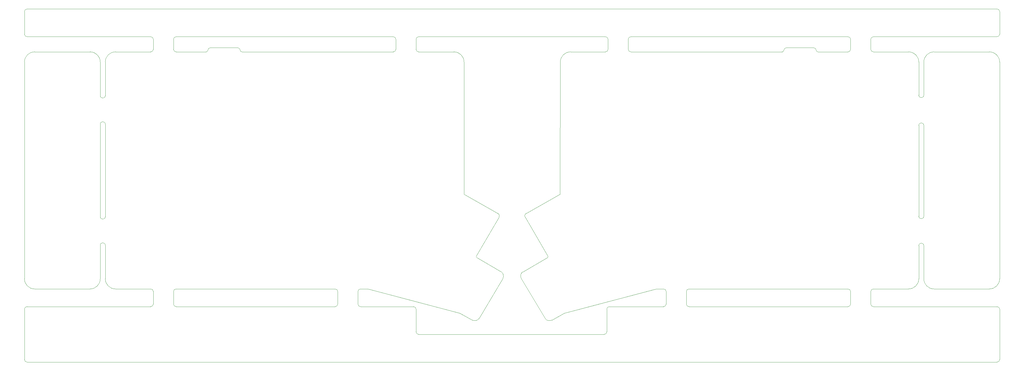
<source format=gm1>
G04 #@! TF.GenerationSoftware,KiCad,Pcbnew,(5.1.4-0-10_14)*
G04 #@! TF.CreationDate,2020-08-04T22:57:21-05:00*
G04 #@! TF.ProjectId,Dori,446f7269-2e6b-4696-9361-645f70636258,rev?*
G04 #@! TF.SameCoordinates,Original*
G04 #@! TF.FileFunction,Profile,NP*
%FSLAX46Y46*%
G04 Gerber Fmt 4.6, Leading zero omitted, Abs format (unit mm)*
G04 Created by KiCad (PCBNEW (5.1.4-0-10_14)) date 2020-08-04 22:57:21*
%MOMM*%
%LPD*%
G04 APERTURE LIST*
%ADD10C,0.050000*%
G04 APERTURE END LIST*
D10*
X159863144Y-43136300D02*
G75*
G03X160381328Y-43654484I518184J0D01*
G01*
X149187500Y-43654484D02*
G75*
G03X149705684Y-43136300I0J518184D01*
G01*
X159085904Y-42359060D02*
X150482924Y-42359060D01*
X159863144Y-43136300D02*
G75*
G03X159085904Y-42359060I-777240J0D01*
G01*
X150482924Y-42359060D02*
G75*
G03X149705684Y-43136300I0J-777240D01*
G01*
X139700000Y-43656250D02*
X149187500Y-43654484D01*
X373063214Y-104648000D02*
G75*
G02X374650000Y-104648000I793393J0D01*
G01*
X374649286Y-95377000D02*
G75*
G02X373062500Y-95377000I-793393J0D01*
G01*
X373063214Y-66802000D02*
G75*
G02X374650000Y-66802000I793393J0D01*
G01*
X374650000Y-46831250D02*
G75*
G02X377825000Y-43656250I3175000J0D01*
G01*
X374649286Y-57277000D02*
G75*
G02X373062500Y-57277000I-793393J0D01*
G01*
X117474286Y-57404000D02*
G75*
G02X115887500Y-57404000I-793393J0D01*
G01*
X115888214Y-66421000D02*
G75*
G02X117475000Y-66421000I793393J0D01*
G01*
X117474286Y-95504000D02*
G75*
G02X115887500Y-95504000I-793393J0D01*
G01*
X115887857Y-104521000D02*
G75*
G02X117474643Y-104521000I793393J0D01*
G01*
X290512500Y-118266556D02*
X261683500Y-125857000D01*
X256414289Y-108359787D02*
X248602500Y-112903000D01*
X248602500Y-112903001D02*
G75*
G03X248160283Y-114938043I954782J-1273043D01*
G01*
X249364500Y-95631000D02*
G75*
G02X249745500Y-94488002I761999J380999D01*
G01*
X260350000Y-88503125D02*
X249745500Y-94488002D01*
X290512500Y-118266556D02*
X292893750Y-118268750D01*
X256414289Y-108359787D02*
G75*
G03X256507500Y-107945000I-160788J253999D01*
G01*
X249364500Y-95631000D02*
X256507500Y-107945000D01*
X257749543Y-128077217D02*
X261683500Y-125857000D01*
X248160283Y-114938043D02*
X255714500Y-127635000D01*
X255714501Y-127635000D02*
G75*
G03X257749543Y-128077217I1273043J954782D01*
G01*
X398462500Y-140493750D02*
G75*
G02X397668750Y-141287500I-793750J0D01*
G01*
X397668750Y-123825000D02*
G75*
G02X398462500Y-124618750I0J-793750D01*
G01*
X358775000Y-123825000D02*
G75*
G02X357981250Y-123031250I0J793750D01*
G01*
X357981250Y-119062500D02*
G75*
G02X358775000Y-118268750I793750J0D01*
G01*
X351631250Y-123031250D02*
G75*
G02X350837500Y-123825000I-793750J0D01*
G01*
X350837500Y-118268750D02*
G75*
G02X351631250Y-119062500I0J-793750D01*
G01*
X300831250Y-123825000D02*
G75*
G02X300037500Y-123031250I0J793750D01*
G01*
X300037500Y-119062500D02*
G75*
G02X300831250Y-118268750I793750J0D01*
G01*
X92075000Y-30956250D02*
G75*
G02X92868750Y-30162500I793750J0D01*
G01*
X92075000Y-38100000D02*
X92075000Y-30956250D01*
X397668750Y-30162500D02*
G75*
G02X398462500Y-30956250I0J-793750D01*
G01*
X398462500Y-38100000D02*
G75*
G02X397668750Y-38893750I-793750J0D01*
G01*
X351631250Y-42862500D02*
G75*
G02X350837500Y-43656250I-793750J0D01*
G01*
X350837500Y-38893750D02*
G75*
G02X351631250Y-39687500I0J-793750D01*
G01*
X282575000Y-43656250D02*
G75*
G02X281781250Y-42862500I0J793750D01*
G01*
X281781250Y-39687500D02*
G75*
G02X282575000Y-38893750I793750J0D01*
G01*
X260442500Y-46831250D02*
G75*
G02X263617500Y-43656250I3175000J0D01*
G01*
X275431250Y-42862500D02*
G75*
G02X274637500Y-43656250I-793750J0D01*
G01*
X274637500Y-38893750D02*
G75*
G02X275431250Y-39687500I0J-793750D01*
G01*
X357981250Y-39687500D02*
G75*
G02X358775000Y-38893750I793750J0D01*
G01*
X358775000Y-43656250D02*
G75*
G02X357981250Y-42862500I0J793750D01*
G01*
X369887500Y-43656250D02*
G75*
G02X373062500Y-46831250I0J-3175000D01*
G01*
X395287500Y-43656250D02*
G75*
G02X398462500Y-46831250I0J-3175000D01*
G01*
X398462500Y-115093750D02*
G75*
G02X395287500Y-118268750I-3175000J0D01*
G01*
X377825000Y-118268750D02*
G75*
G02X374650000Y-115093750I0J3175000D01*
G01*
X373062500Y-115093750D02*
G75*
G02X369887500Y-118268750I-3175000J0D01*
G01*
X293687500Y-123031250D02*
G75*
G02X292893750Y-123825000I-793750J0D01*
G01*
X292893750Y-118268750D02*
G75*
G02X293687500Y-119062500I0J-793750D01*
G01*
X275034375Y-124618750D02*
G75*
G02X275828125Y-123825000I793750J0D01*
G01*
X275034375Y-131762500D02*
G75*
G02X274240625Y-132556250I-793750J0D01*
G01*
X215900000Y-132556250D02*
G75*
G02X215106250Y-131762500I0J793750D01*
G01*
X214312500Y-123825000D02*
G75*
G02X215106250Y-124618750I0J-793750D01*
G01*
X241173000Y-95631000D02*
X234030000Y-107945000D01*
X227012500Y-43656250D02*
G75*
G02X230187500Y-46831250I0J-3175000D01*
G01*
X215106250Y-39687500D02*
G75*
G02X215900000Y-38893750I793750J0D01*
G01*
X215900000Y-43656250D02*
G75*
G02X215106250Y-42862500I0J793750D01*
G01*
X207962500Y-38893750D02*
G75*
G02X208756250Y-39687500I0J-793750D01*
G01*
X208756250Y-42862500D02*
G75*
G02X207962500Y-43656250I-793750J0D01*
G01*
X138906250Y-39687500D02*
G75*
G02X139700000Y-38893750I793750J0D01*
G01*
X139700000Y-43656250D02*
G75*
G02X138906250Y-42862500I0J793750D01*
G01*
X197643750Y-123825000D02*
G75*
G02X196850000Y-123031250I0J793750D01*
G01*
X196850000Y-119062500D02*
G75*
G02X197643750Y-118268750I793750J0D01*
G01*
X190500000Y-123031250D02*
G75*
G02X189706250Y-123825000I-793750J0D01*
G01*
X189706250Y-118268750D02*
G75*
G02X190500000Y-119062500I0J-793750D01*
G01*
X139700000Y-123825000D02*
G75*
G02X138906250Y-123031250I0J793750D01*
G01*
X138906250Y-119062500D02*
G75*
G02X139700000Y-118268750I793750J0D01*
G01*
X92868750Y-141287500D02*
G75*
G02X92075000Y-140493750I0J793750D01*
G01*
X92075000Y-124618750D02*
G75*
G02X92868750Y-123825000I793750J0D01*
G01*
X132556250Y-123031250D02*
G75*
G02X131762500Y-123825000I-793750J0D01*
G01*
X131762500Y-118268748D02*
G75*
G02X132556250Y-119062498I0J-793750D01*
G01*
X120650000Y-118268750D02*
G75*
G02X117475000Y-115093750I0J3175000D01*
G01*
X115887500Y-115093750D02*
G75*
G02X112712500Y-118268750I-3175000J0D01*
G01*
X92868750Y-38893750D02*
G75*
G02X92075000Y-38100000I0J793750D01*
G01*
X131762500Y-38893750D02*
G75*
G02X132556250Y-39687500I0J-793750D01*
G01*
X132556250Y-42862500D02*
G75*
G02X131762500Y-43656250I-793750J0D01*
G01*
X117475000Y-46831250D02*
G75*
G02X120650000Y-43656250I3175000J0D01*
G01*
X112712500Y-43656250D02*
G75*
G02X115887500Y-46831250I0J-3175000D01*
G01*
X92075000Y-46831250D02*
G75*
G02X95250000Y-43656250I3175000J0D01*
G01*
X95250000Y-118268750D02*
G75*
G02X92075000Y-115093750I0J3175000D01*
G01*
X234822999Y-127635000D02*
G75*
G02X232787957Y-128077217I-1273043J954782D01*
G01*
X242377217Y-114938043D02*
X234823000Y-127635000D01*
X232787957Y-128077217D02*
X228854000Y-125857000D01*
X234123211Y-108359787D02*
G75*
G02X234030000Y-107945000I160788J253999D01*
G01*
X373062500Y-115093750D02*
X373063214Y-104648000D01*
X374649286Y-57277000D02*
X374650000Y-46831250D01*
X373062500Y-46831250D02*
X373062500Y-57277000D01*
X374650000Y-115093750D02*
X374650000Y-104648000D01*
X377825000Y-118268750D02*
X395288062Y-118268750D01*
X373063214Y-66802000D02*
X373062500Y-95377000D01*
X374650000Y-66802000D02*
X374649286Y-95377000D01*
X395287500Y-43656250D02*
X377825000Y-43656250D01*
X398462500Y-115093750D02*
X398462500Y-46831250D01*
X274240625Y-132556250D02*
X215900000Y-132556250D01*
X275034375Y-124618750D02*
X275034375Y-131762500D01*
X275828125Y-123825000D02*
X292893750Y-123825000D01*
X398462500Y-124618750D02*
X398462500Y-140493750D01*
X397668750Y-123825000D02*
X358775000Y-123825000D01*
X92868750Y-141287500D02*
X397668750Y-141287500D01*
X92075000Y-124618750D02*
X92075000Y-140493750D01*
X215106250Y-124618750D02*
X215106250Y-131762500D01*
X214312500Y-123825000D02*
X197643750Y-123825000D01*
X131762500Y-123825000D02*
X92868750Y-123825000D01*
X139700000Y-123825000D02*
X189706250Y-123825000D01*
X131762500Y-118268748D02*
X120650000Y-118268750D01*
X189706250Y-118268750D02*
X139700000Y-118268750D01*
X200025000Y-118266556D02*
X197643750Y-118268750D01*
X190500000Y-119062500D02*
X190500000Y-123031250D01*
X196850000Y-119062500D02*
X196850000Y-123031250D01*
X132556250Y-119062498D02*
X132556250Y-123031250D01*
X138906250Y-119062500D02*
X138906250Y-123031250D01*
X358775000Y-118268750D02*
X369887500Y-118268750D01*
X300831250Y-118268750D02*
X350837500Y-118268750D01*
X300831250Y-123825000D02*
X350837500Y-123825000D01*
X293687500Y-119062500D02*
X293687500Y-123031250D01*
X300037500Y-119062500D02*
X300037500Y-123031250D01*
X351631250Y-119062500D02*
X351631250Y-123031250D01*
X357981250Y-119062500D02*
X357981250Y-123031250D01*
X207962500Y-43656250D02*
X160381328Y-43654484D01*
X227012500Y-43656250D02*
X215900000Y-43656250D01*
X131762500Y-43656250D02*
X120650000Y-43656250D01*
X397668750Y-38893750D02*
X358775000Y-38893750D01*
X357981250Y-39687500D02*
X357981250Y-42862500D01*
X351631250Y-39687500D02*
X351631250Y-42862500D01*
X282575000Y-38893750D02*
X350837500Y-38893750D01*
X358775000Y-43656250D02*
X369887500Y-43656250D01*
X350837500Y-43656250D02*
X341350000Y-43654484D01*
X282575000Y-43656250D02*
X330156172Y-43654484D01*
X281781250Y-39687500D02*
X281781250Y-42862500D01*
X274637500Y-43656250D02*
X263617500Y-43656250D01*
X275431250Y-39687500D02*
X275431250Y-42862500D01*
X215900000Y-38893750D02*
X274637500Y-38893750D01*
X215106250Y-39687500D02*
X215106250Y-42862500D01*
X208756250Y-39687500D02*
X208756250Y-42862500D01*
X139700000Y-38893750D02*
X207962500Y-38893750D01*
X131762500Y-38893750D02*
X92868750Y-38893750D01*
X138906250Y-39687500D02*
X138906250Y-42862500D01*
X132556250Y-39687500D02*
X132556250Y-42862500D01*
X398462500Y-30956250D02*
X398462500Y-38100000D01*
X92868750Y-30162500D02*
X397668750Y-30162500D01*
X230187500Y-46831250D02*
X230187500Y-88503125D01*
X230187500Y-88503125D02*
X240792000Y-94488002D01*
X241173000Y-95631000D02*
G75*
G03X240792000Y-94488002I-761999J380999D01*
G01*
X241935000Y-112903001D02*
G75*
G02X242377217Y-114938043I-954782J-1273043D01*
G01*
X234123211Y-108359787D02*
X241935000Y-112903000D01*
X200025000Y-118266556D02*
X228854000Y-125857000D01*
X260442500Y-46831250D02*
X260350000Y-88503125D01*
X340054576Y-42359060D02*
G75*
G02X340831816Y-43136300I0J-777240D01*
G01*
X330674356Y-43136300D02*
G75*
G02X331451596Y-42359060I777240J0D01*
G01*
X331451596Y-42359060D02*
X340054576Y-42359060D01*
X341350000Y-43654484D02*
G75*
G02X340831816Y-43136300I0J518184D01*
G01*
X330674356Y-43136300D02*
G75*
G02X330156172Y-43654484I-518184J0D01*
G01*
X92075000Y-115093750D02*
X92075000Y-46831250D01*
X95250000Y-43656250D02*
X112712500Y-43656250D01*
X115888214Y-66421000D02*
X115887500Y-95504000D01*
X117475000Y-66421000D02*
X117474286Y-95504000D01*
X112712500Y-118268750D02*
X95250000Y-118268750D01*
X115887500Y-115093750D02*
X115887857Y-104521000D01*
X117475000Y-46831250D02*
X117474286Y-57404000D01*
X115887500Y-57404000D02*
X115887500Y-46831250D01*
X117475000Y-115093750D02*
X117474643Y-104521000D01*
M02*

</source>
